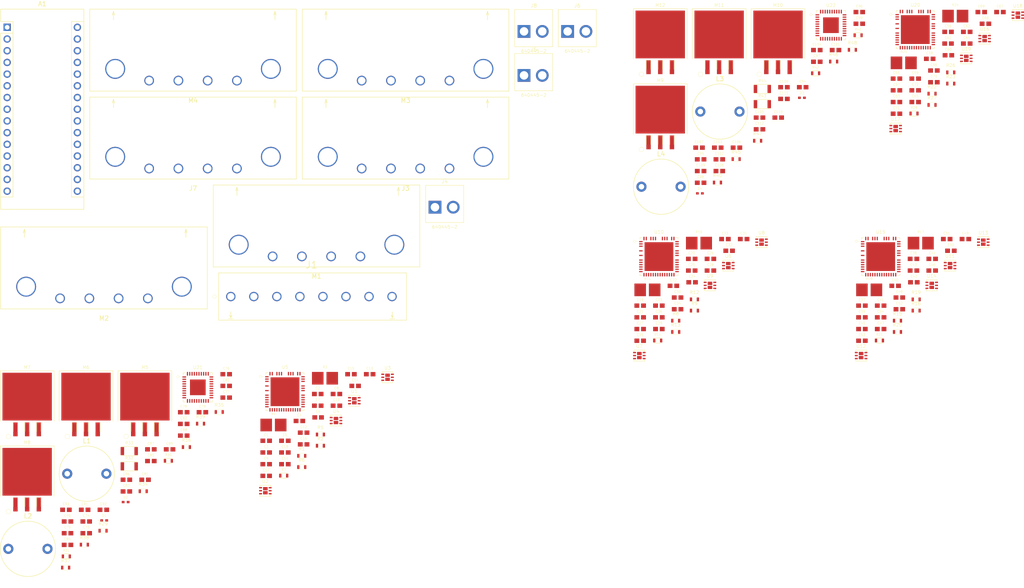
<source format=kicad_pcb>
(kicad_pcb (version 20211014) (generator pcbnew)
  (title_block (date "2022-06-25") (comment 1 "Made By:") (comment 2 "Abd AlHaleem Bakkor Mustafa"))
  (layers (0 "F.Cu" signal) (31 "B.Cu" signal) (34 "B.Paste" user) (35 "F.Paste" user) (36 "B.SilkS" user "B.Silkscreen") (37 "F.SilkS" user "F.Silkscreen") (38 "B.Mask" user) (39 "F.Mask" user) (44 "Edge.Cuts" user))
  (net 0 "")
  (net 1 "Net-(R16-Pad1)")
  (net 2 "Net-(R15-Pad2)")
  (net 3 "Net-(R11-Pad2)")
  (net 4 "Net-(R10-Pad2)")
  (net 5 "Net-(R29-Pad2)")
  (net 6 "Net-(R23-Pad1)")
  (net 7 "Net-(R22-Pad2)")
  (net 8 "Net-(R2-Pad1)")
  (net 9 "Net-(R1-Pad2)")
  (net 10 "Net-(C53-Pad1)")
  (net 11 "Net-(C71-Pad1)")
  (net 12 "Net-(C17-Pad1)")
  (net 13 "Net-(C35-Pad1)")
  (net 41 "Net-(C66-Pad2)")
  (net 56 "Net-(C70-Pad2)")
  (net 57 "Net-(C70-Pad1)")
  (net 58 "Net-(C65-Pad1)")
  (net 59 "Net-(C12-Pad2)")
  (net 74 "Net-(C16-Pad2)")
  (net 75 "Net-(C16-Pad1)")
  (net 76 "Net-(C11-Pad1)")
  (net 77 "Net-(C30-Pad2)")
  (net 92 "Net-(C34-Pad2)")
  (net 93 "Net-(C34-Pad1)")
  (net 94 "Net-(C29-Pad1)")
  (net 95 "Net-(C48-Pad2)")
  (net 110 "Net-(C52-Pad2)")
  (net 111 "Net-(C52-Pad1)")
  (net 112 "Net-(C47-Pad1)")
  (net 113 "Net-(C106-Pad2)")
  (net 114 "/7.4L")
  (net 115 "/Buck converter 7.4/CS2")
  (net 116 "/Buck converter 7.4/CS1")
  (net 117 "/7.4R")
  (net 118 "/Buck converter 5 and 12/CS1")
  (net 119 "/5")
  (net 120 "/12")
  (net 121 "/Buck converter 5 and 12/CS2")
  (net 122 "/-")
  (net 123 "/Buck converter 7.4/FB1")
  (net 124 "/stepper and controller6/SRBL")
  (net 125 "/stepper and controller6/SRAH")
  (net 126 "/stepper and controller6/SRBH")
  (net 127 "/Buck converter 7.4/COMP1")
  (net 128 "Net-(C91-Pad2)")
  (net 129 "/Buck converter 7.4/COMP2")
  (net 130 "Net-(C87-Pad2)")
  (net 131 "/Buck converter 7.4/FB2")
  (net 132 "/stepper and controller7/SRBH")
  (net 133 "/stepper and controller8/SRBH")
  (net 134 "/stepper and controller8/SRAH")
  (net 135 "/stepper and controller8/SRBL")
  (net 136 "/stepper and controller8/SRAL")
  (net 137 "/stepper and controller6/SRAL")
  (net 138 "/stepper and controller7/SRAH")
  (net 139 "/stepper and controller9/SRAL")
  (net 140 "Net-(R40-Pad2)")
  (net 141 "/Buck converter 5 and 12/COMP1")
  (net 142 "Net-(C110-Pad2)")
  (net 143 "/stepper and controller9/SRBL")
  (net 144 "/stepper and controller9/SRAH")
  (net 145 "/Buck converter 5 and 12/FB2")
  (net 146 "/stepper and controller9/SRBH")
  (net 147 "/Buck converter 5 and 12/COMP2")
  (net 148 "/stepper and controller7/SRBL")
  (net 149 "/stepper and controller7/SRAL")
  (net 150 "/Buck converter 7.4/HO1")
  (net 151 "/Buck converter 7.4/HOL1")
  (net 152 "/stepper and controller7/temp")
  (net 153 "/Buck converter 7.4/HOL2")
  (net 154 "/Buck converter 7.4/HO2")
  (net 155 "/stepper and controller9/temp")
  (net 156 "/stepper and controller6/temp")
  (net 157 "/stepper and controller8/temp")
  (net 158 "/Buck converter 5 and 12/HOL2")
  (net 159 "/Buck converter 5 and 12/HO2")
  (net 160 "/Buck converter 5 and 12/HO1")
  (net 161 "/Buck converter 5 and 12/HOL1")
  (net 162 "/Buck converter 7.4/SW2")
  (net 163 "/Buck converter 7.4/SW1")
  (net 164 "/Buck converter 5 and 12/SW2")
  (net 165 "/Buck converter 5 and 12/SW1")
  (net 166 "/stepper and controller6/1")
  (net 167 "/stepper and controller6/HB1")
  (net 168 "/stepper and controller6/CB1")
  (net 169 "/+")
  (net 170 "/stepper and controller6/Digital voltage")
  (net 171 "/stepper and controller6/~En")
  (net 172 "/stepper and controller6/CA2")
  (net 173 "/stepper and controller6/HA2")
  (net 174 "/stepper and controller6/4")
  (net 175 "/stepper and controller6/LA2")
  (net 176 "/stepper and controller6/LA1")
  (net 177 "/stepper and controller6/3")
  (net 178 "/stepper and controller6/HA1")
  (net 179 "/stepper and controller6/CA1")
  (net 180 "/stepper and controller6/CB2")
  (net 181 "/stepper and controller6/HB2")
  (net 182 "/stepper and controller6/2")
  (net 183 "/stepper and controller6/LB2")
  (net 184 "/stepper and controller6/LB1")
  (net 185 "/stepper and controller9/1")
  (net 186 "/stepper and controller9/HB1")
  (net 187 "/stepper and controller9/CB1")
  (net 188 "/stepper and controller9/Digital voltage")
  (net 189 "/stepper and controller9/~En")
  (net 190 "/stepper and controller9/CA2")
  (net 191 "/stepper and controller9/HA2")
  (net 192 "/stepper and controller9/4")
  (net 193 "/stepper and controller9/LA2")
  (net 194 "/stepper and controller9/LA1")
  (net 195 "/stepper and controller9/3")
  (net 196 "/stepper and controller9/HA1")
  (net 197 "/stepper and controller9/CA1")
  (net 198 "/stepper and controller9/CB2")
  (net 199 "/stepper and controller9/HB2")
  (net 200 "/stepper and controller9/2")
  (net 201 "/stepper and controller9/LB2")
  (net 202 "/stepper and controller9/LB1")
  (net 203 "/stepper and controller8/1")
  (net 204 "/stepper and controller8/HB1")
  (net 205 "/stepper and controller8/CB1")
  (net 206 "/stepper and controller8/Digital voltage")
  (net 207 "/stepper and controller8/~En")
  (net 208 "/stepper and controller8/CA2")
  (net 209 "/stepper and controller8/HA2")
  (net 210 "/stepper and controller8/4")
  (net 211 "/stepper and controller8/LA2")
  (net 212 "/stepper and controller8/LA1")
  (net 213 "/stepper and controller8/3")
  (net 214 "/stepper and controller8/HA1")
  (net 215 "/stepper and controller8/CA1")
  (net 216 "/stepper and controller8/CB2")
  (net 217 "/stepper and controller8/HB2")
  (net 218 "/stepper and controller8/2")
  (net 219 "/stepper and controller8/LB2")
  (net 220 "/stepper and controller8/LB1")
  (net 221 "/stepper and controller7/1")
  (net 222 "/stepper and controller7/HB1")
  (net 223 "/stepper and controller7/CB1")
  (net 224 "/stepper and controller7/Digital voltage")
  (net 225 "/stepper and controller7/~En")
  (net 226 "/stepper and controller7/CA2")
  (net 227 "/stepper and controller7/HA2")
  (net 228 "/stepper and controller7/4")
  (net 229 "/stepper and controller7/LA2")
  (net 230 "/stepper and controller7/LA1")
  (net 231 "/stepper and controller7/3")
  (net 232 "/stepper and controller7/HA1")
  (net 233 "/stepper and controller7/CA1")
  (net 234 "/stepper and controller7/CB2")
  (net 235 "/stepper and controller7/HB2")
  (net 236 "/stepper and controller7/2")
  (net 237 "/stepper and controller7/LB2")
  (net 238 "/stepper and controller7/LB1")
  (net 239 "/Buck converter 5 and 12/SS2")
  (net 240 "/Buck converter 5 and 12/LO2")
  (net 242 "/Buck converter 5 and 12/HB2")
  (net 243 "/Buck converter 5 and 12/VCC")
  (net 244 "/Buck converter 5 and 12/LO1")
  (net 245 "/Buck converter 5 and 12/HB1")
  (net 247 "/Buck converter 5 and 12/SS1")
  (net 248 "Net-(C100-Pad1)")
  (net 249 "/Buck converter 5 and 12/DEMB")
  (net 251 "/Buck converter 7.4/SS2")
  (net 252 "/Buck converter 7.4/LO2")
  (net 254 "/Buck converter 7.4/HB2")
  (net 255 "/Buck converter 7.4/VCC")
  (net 256 "/Buck converter 7.4/LO1")
  (net 257 "/Buck converter 7.4/HB1")
  (net 259 "/Buck converter 7.4/SS1")
  (net 260 "Net-(C79-Pad1)")
  (net 261 "/Buck converter 7.4/DEMB")
  (footprint "Capacitors:C0603X105J4RACTU" (layer "F.Cu") (at 125.0286 189.776)
    (fp_text reference "C84")
    (fp_text value "220n")
  )
  (footprint "Capacitors:C0603X105J4RACTU" (layer "F.Cu") (at 264.5686 130.236)
    (fp_text reference "C28")
    (fp_text value "1n")
  )
  (footprint "Resistors:MCR03EZPFX" (layer "F.Cu") (at 316.7245 89.6575)
    (fp_text reference "R23")
    (fp_text value "47")
  )
  (footprint "Capacitors:C0603X105J4RACTU" (layer "F.Cu") (at 159.4686 155.266)
    (fp_text reference "C80")
    (fp_text value "22n")
  )
  (footprint "Capacitors:C0603X105J4RACTU" (layer "F.Cu") (at 253.3786 142.926)
    (fp_text reference "C29")
    (fp_text value "100n")
  )
  (footprint "Capacitors:C0603X105J4RACTU" (layer "F.Cu") (at 308.6386 130.236)
    (fp_text reference "C43")
    (fp_text value "1n")
  )
  (footprint "E-MOSFETs:UT6K3TCR" (layer "F.Cu") (at 194.489399 153.401)
    (fp_text reference "U3")
    (fp_text value "UT6K3")
  )
  (footprint "Resistors:UCR18EVH" (layer "F.Cu") (at 138.43 169.418)
    (fp_text reference "R33")
    (fp_text value "7m")
  )
  (footprint "Connectors:1-350944-0" (layer "F.Cu") (at 152.2721 108.08)
    (fp_text reference "J7")
    (fp_text value "1-350944-0")
  )
  (footprint "Connectors:1-350944-0" (layer "F.Cu") (at 132.9421 136.27)
    (fp_text reference "M2")
    (fp_text value "Stepper_Motor_bipolar")
  )
  (footprint "ICs:TMC5160-WA" (layer "F.Cu") (at 253.3976 127.2035)
    (fp_text reference "U10")
    (fp_text value "TMC5160-WA")
  )
  (footprint "Capacitors:C0603X105J4RACTU" (layer "F.Cu") (at 279.2786 97.036)
    (fp_text reference "C110")
    (fp_text value "3.3nF")
  )
  (footprint "Capacitors:C0603X105J4RACTU" (layer "F.Cu") (at 268.6286 125.936)
    (fp_text reference "C32")
    (fp_text value "220n")
  )
  (footprint "E-MOSFETs:UT6K3TCR" (layer "F.Cu") (at 316.579399 129.151)
    (fp_text reference "U11")
    (fp_text value "UT6K3")
  )
  (footprint "Capacitors:C0603X105J4RACTU" (layer "F.Cu") (at 309.0086 91.116)
    (fp_text reference "C72")
    (fp_text value "100n")
  )
  (footprint "Resistors:MCR03EZPFX" (layer "F.Cu") (at 309.2245 136.4875)
    (fp_text reference "R19")
    (fp_text value "47")
  )
  (footprint "Capacitors:C0603X105J4RACTU" (layer "F.Cu") (at 316.7586 125.936)
    (fp_text reference "C50")
    (fp_text value "220n")
  )
  (footprint "E-MOSFETs:UT6K3TCR" (layer "F.Cu") (at 304.769399 99.411)
    (fp_text reference "U17")
    (fp_text value "UT6K3")
  )
  (footprint "Diodes:RB161QS-40T18R" (layer "F.Cu") (at 137.6458 180.477)
    (fp_text reference "D2")
    (fp_text value "RB161QS-40")
  )
  (footprint "Resistors:UCR18EVH" (layer "F.Cu") (at 138.43 172.718)
    (fp_text reference "R32")
    (fp_text value "7m")
  )
  (footprint "Capacitors:C0603X105J4RACTU" (layer "F.Cu") (at 287.6586 82.376)
    (fp_text reference "C104")
    (fp_text value "22n")
  )
  (footprint "Capacitors:C0603X105J4RACTU" (layer "F.Cu") (at 287.6586 84.916)
    (fp_text reference "C97")
    (fp_text value "10u")
  )
  (footprint "Resistors:MCR03EZPFL" (layer "F.Cu") (at 296.6236 79.1575)
    (fp_text reference "R41")
    (fp_text value "2.2")
  )
  (footprint "Capacitors:C0603X105J4RACTU" (layer "F.Cu") (at 168.1486 167.176)
    (fp_text reference "C1")
    (fp_text value "4.7u")
  )
  (footprint "Connectors:640445-2" (layer "F.Cu") (at 226.2186 77.308)
    (fp_text reference "J8")
    (fp_text value "640445-2")
  )
  (footprint "Capacitors:C0603X105J4RACTU" (layer "F.Cu") (at 132.8086 182.156)
    (fp_text reference "C92")
    (fp_text value "2.2uF")
  )
  (footprint "Capacitors:C0603X105J4RACTU" (layer "F.Cu") (at 150.2486 163.516)
    (fp_text reference "C82")
    (fp_text value "10u")
  )
  (footprint "Inductors:SBC9-2R2-792" (layer "F.Cu") (at 266.6246 95.724)
    (fp_text reference "L3")
    (fp_text value "3.3u")
  )
  (footprint "Capacitors:C0603X105J4RACTU" (layer "F.Cu") (at 183.3986 157.026)
    (fp_text reference "C8")
    (fp_text value "1n")
  )
  (footprint "Capacitors:C0603X105J4RACTU" (layer "F.Cu") (at 304.9486 96.196)
    (fp_text reference "C71")
    (fp_text value "470n")
  )
  (footprint "Resistors:MCR03EZPFX" (layer "F.Cu") (at 274.8145 102.0675)
    (fp_text reference "R47")
    (fp_text value "6.19k")
  )
  (footprint "Resistors:GMR50HJBFWR082" (layer "F.Cu") (at 180.9125 153.6046)
    (fp_text reference "R3")
    (fp_text value "82m")
  )
  (footprint "Capacitors:C0603X105J4RACTU" (layer "F.Cu") (at 291.7186 82.376)
    (fp_text reference "C101")
    (fp_text value "47u")
  )
  (footprint "E-MOSFETs:UT6K3TCR" (layer "F.Cu") (at 312.599399 133.451)
    (fp_text reference "U14")
    (fp_text value "UT6K3")
  )
  (footprint "Capacitors:C0603X105J4RACTU" (layer "F.Cu") (at 316.2186 83.506)
    (fp_text reference "C60")
    (fp_text value "220n")
  )
  (footprint "Resistors:MCR03EZPFX" (layer "F.Cu") (at 266.0945 111.1275)
    (fp_text reference "R40")
    (fp_text value "19.6k")
  )
  (footprint "E-MOSFETs:UT6K3TCR" (layer "F.Cu") (at 187.279399 158.481)
    (fp_text reference "U1")
    (fp_text value "UT6K3")
  )
  (footprint "Resistors:MCR03EZPFX" (layer "F.Cu") (at 175.8645 170.4475)
    (fp_text reference "R1")
    (fp_text value "47")
  )
  (footprint "Capacitors:C0603X105J4RACTU" (layer "F.Cu") (at 297.4486 140.386)
    (fp_text reference "C39")
    (fp_text value "220n")
  )
  (footprint "Capacitors:C0603X105J4RACTU" (layer "F.Cu") (at 315.8486 123.396)
    (fp_text reference "C51")
    (fp_text value "100n")
  )
  (footprint "Capacitors:C0603X105J4RACTU" (layer "F.Cu") (at 175.3586 162.876)
    (fp_text reference "C4")
    (fp_text value "220n")
  )
  (footprint "Capacitors:C0603X105J4RACTU" (layer "F.Cu") (at 280.5286 90.436)
    (fp_text reference "C100")
    (fp_text value "1u")
  )
  (footprint "Resistors:MCR03EZPFX" (layer "F.Cu") (at 305.1645 143.5575)
    (fp_text reference "R20")
    (fp_text value "47")
  )
  (footprint "Capacitors:C0603X105J4RACTU" (layer "F.Cu") (at 253.3786 140.386)
    (fp_text reference "C36")
    (fp_text value "100n")
  )
  (footprint "Capacitors:C0603X105J4RACTU" (layer "F.Cu") (at 249.3186 145.466)
    (fp_text reference "C35")
    (fp_text value "470n")
  )
  (footprint "Capacitors:C0603X105J4RACTU" (layer "F.Cu") (at 168.1486 169.716)
    (fp_text reference "C3")
    (fp_text value "220n")
  )
  (footprint "Resistors:MCR03EZPFX" (layer "F.Cu") (at 179.9245 165.8175)
    (fp_text reference "R5")
    (fp_text value "47")
  )
  (footprint "Capacitors:C0603X105J4RACTU" (layer "F.Cu") (at 128.7486 182.156)
    (fp_text reference "C91")
    (fp_text value "3.3nF")
  )
  (footprint "Capacitors:C0603X105J4RACTU" (layer "F.Cu") (at 304.9486 88.576)
    (fp_text reference "C55")
    (fp_text value "4.7u")
  )
  (footprint "Capacitors:C0603X105J4RACTU" (layer "F.Cu") (at 297.4486 142.926)
    (fp_text reference "C45")
    (fp_text value "1n")
  )
  (footprint "E-MOSFETs:CSD18510KTTT" (layer "F.Cu") (at 129.0466 157.592)
    (fp_text reference "M6")
    (fp_text value "CSD18510KTTT")
  )
  (footprint "Capacitors:C0603X105J4RACTU" (layer "F.Cu") (at 271.7786 123.396)
    (fp_text reference "C31")
    (fp_text value "2.2u")
  )
  (footprint "Connectors:640445-2" (layer "F.Cu") (at 226.2186 86.858)
    (fp_text reference "J5")
    (fp_text value "640445-2")
  )
  (footprint "Resistors:MCR03EZPFX" (layer "F.Cu") (at 295.3745 82.3275)
    (fp_text reference "R48")
    (fp_text value "8.87K")
  )
  (footprint "Capacitors:C0603X105J4RACTU" (layer "F.Cu") (at 304.9486 93.656)
    (fp_text reference "C63")
    (fp_text value "1n")
  )
  (footprint "E-MOSFETs:UT6K3TCR" (layer "F.Cu") (at 323.789399 124.071)
    (fp_text reference "U13")
    (fp_text value "UT6K3")
  )
  (footprint "Resistors:MCR03EZPFX" (layer "F.Cu") (at 157.9645 160.9275)
    (fp_text reference "R35")
    (fp_text value "118k")
  )
  (footprint "Inductors:SBC9-2R2-792" (layer "F.Cu") (at 129.2146 174.324)
    (fp_text reference "L1")
    (fp_text value "2.2u")
  )
  (footprint "Resistors:MCR03EZPFX" (layer "F.Cu") (at 312.6645 91.8475)
    (fp_text reference "R22")
    (fp_text value "47")
  )
  (footprint "Capacitors:C0603X105J4RACTU" (layer "F.Cu") (at 320.1986 78.426)
    (fp_text reference "C62")
    (fp_text value "1n")
  )
  (footprint "Capacitors:C0603X105J4RACTU" (layer "F.Cu") (at 312.6986 130.236)
    (fp_text reference "C46")
    (fp_text value "1n")
  )
  (footprint "E-MOSFETs:UT6K3TCR" (layer "F.Cu") (at 324.079399 79.881)
    (fp_text reference "U16")
    (fp_text value "UT6K3")
  )
  (footprint "E-MOSFETs:UT6K3TCR" (layer "F.Cu") (at 297.269399 148.681)
    (fp_text reference "U12")
    (fp_text value "UT6K3")
  )
  (footprint "Capacitors:C0603X105J4RACTU" (layer "F.Cu") (at 257.4386 136.086)
    (fp_text reference "C30")
    (fp_text value "2.2u")
  )
  (footprint "Resistors:MCR03EZPFX" (layer "F.Cu") (at 175.8645 172.8875)
    (fp_text reference "R6")
    (fp_text value "47")
  )
  (footprint "Resistors:MCR03EZPFX" (layer "F.Cu") (at 309.2245 138.9275)
    (fp_text reference "R16")
    (fp_text value "47")
  )
  (footprint "Resistors:MCR03EZPFX" (layer "F.Cu") (at 316.7245 87.2175)
    (fp_text reference "R26")
    (fp_text value "47")
  )
  (footprint "Capacitors:C0603X105J4RACTU" (layer "F.Cu") (at 159.4686 157.806)
    (fp_text reference "C77")
    (fp_text value "2.2u")
  )
  (footprint "Inductors:SBC9-2R2-792" (layer "F.Cu") (at 116.4346 190.634)
    (fp_text reference "L2")
    (fp_text value "2.2u")
  )
  (footprint "Capacitors:C0603X105J4RACTU" (layer "F.Cu") (at 262.0986 103.556)
    (fp_text reference "C107")
    (fp_text value "15p")
  )
  (footprint "Capacitors:C0603X105J4RACTU" (layer "F.Cu") (at 137.8086 175.636)
    (fp_text reference "C86")
    (fp_text value "120u")
  )
  (footprint "Capacitors:C0603X105J4RACTU" (layer "F.Cu") (at 305.5686 138.626)
    (fp_text reference "C52")
    (fp_text value "22n")
  )
  (footprint "Capacitors:C0603X105J4RACTU" (layer "F.Cu") (at 141.8686 175.636)
    (fp_text reference "C81")
    (fp_text value "220n")
  )
  (footprint "ICs:TMC5160-WA" (layer "F.Cu") (at 172.2276 156.5335)
    (fp_text reference "U5")
    (fp_text value "TMC5160-WA")
  )
  (footprint "Capacitors:C0603X105J4RACTU" (layer "F.Cu") (at 308.6386 127.696)
    (fp_text reference "C38")
    (fp_text value "4.7u")
  )
  (footprint "Capacitors:C0603X105J4RACTU" (layer "F.Cu") (at 316.1386 80.966)
    (fp_text reference "C61")
    (fp_text value "1n")
  )
  (footprint "Capacitors:C0603X105J4RACTU" (layer "F.Cu") (at 262.4386 106.096)
    (fp_text reference "C95")
    (fp_text value "2.2u")
  )
  (footprint "Capacitors:C0603X105J4RACTU" (layer "F.Cu") (at 262.4386 111.176)
    (fp_text reference "C98")
    (fp_text value "2.2u")
  )
  (footprint "Capacitors:C0603X105J4RACTU" (layer "F.Cu") (at 125.0286 184.696)
    (fp_text reference "C90")
    (fp_text value "10p")
  )
  (footprint "Capacitors:C0603X105J4RACTU" (layer "F.Cu") (at 256.5286 133.546)
    (fp_text reference "C22")
    (fp_text value "220n")
  )
  (footprint "Capacitors:C0603X105J4RACTU" (layer "F.Cu") (at 264.5686 127.696)
    (fp_text reference "C26")
    (fp_text value "1n")
  )
  (footprint "Capacitors:C0603X105J4RACTU" (layer "F.Cu") (at 172.2086 172.256)
    (fp_text reference "C11")
    (fp_text value "100n")
  )
  (footprint "Resistors:MCR03EZPFL" (layer "F.Cu") (at 301.2536 145.4175)
    (fp_text reference "R21")
    (fp_text value "MCR03EZPFL")
  )
  (footprint "Capacitors:C0603X105J4RACTU" (layer "F.Cu") (at 266.1586 103.556)
    (fp_text reference "C103")
    (fp_text value "220n")
  )
  (footprint "Capacitors:C0603X105J4RACTU" (layer "F.Cu") (at 280.5286 92.976)
    (fp_text reference "C111")
    (fp_text value "2.2uF")
  )
  (footprint "Capacitors:C0603X105J4RACTU" (layer "F.Cu") (at 304.9486 91.116)
    (fp_text reference "C57")
    (fp_text value "220n")
  )
  (footprint "Resistors:MCR03EZPFX" (layer "F.Cu") (at 132.7445 186.7075)
    (fp_text reference "R29")
    (fp_text value "19.6k")
  )
  (footprint "Capacitors:C0603X105J4RACTU" (layer "F.Cu") (at 260.5086 127.696)
    (fp_text reference "C20")
    (fp_text value "4.7u")
  )
  (footprint "Capacitors:C0603X105J4RACTU" (layer "F.Cu") (at 266.4986 108.636)
    (fp_text reference "C108")
    (fp_text value "120n")
  )
  (footprint "Capacitors:C0603X105J4RACTU" (layer "F.Cu") (at 172.2086 167.176)
    (fp_text reference "C5")
    (fp_text value "220n")
  )
  (footprint "Capacitors:C0603X105J4RACTU" (layer "F.Cu") (at 266.4986 106.096)
    (fp_text reference "C102")
    (fp_text value "4.7u")
  )
  (footprint "Capacitors:C0603X105J4RACTU" (layer "F.Cu") (at 129.0886 184.696)
    (fp_text reference "C74")
    (fp_text value "2.2u")
  )
  (footprint "Connectors:1-350944-0" (layer "F.Cu") (at 198.4021 108.08)
    (fp_text reference "J3")
    (fp_text value "1-350944-0")
  )
  (footprint "Resistors:GMR50HJBFWR082" (layer "F.Cu") (at 317.7125 75.0046)
    (fp_text reference "R24")
    (fp_text value "82m")
  )
  (footprint "Capacitors:C0603X105J4RACTU" (layer "F.Cu") (at 143.1186 171.576)
    (fp_text reference "C85")
    (fp_text value "22n")
  )
  (footprint "Resistors:UCR18EVH" (layer "F.Cu") (at 275.84 90.818)
    (fp_text reference "R44")
    (fp_text value "15m")
  )
  (footprint "Resistors:GMR50HJBFWR082" (layer "F.Cu") (at 262.0825 124.2746)
    (fp_text reference "R10")
    (fp_text value "82m")
  )
  (footprint "Capacitors:C0603X105J4RACTU" (layer "F.Cu") (at 125.0286 187.236)
    (fp_text reference "C75")
    (fp_text value "100n")
  )
  (footprint "Capacitors:C0603X105J4RACTU" (layer "F.Cu") (at 260.5886 132.776)
    (fp_text reference "C24")
    (fp_text value "220n")
  )
  (footprint "Connectors:1-350944-0" (layer "F.Cu") (at 152.2721 89)
    (fp_text reference "M4")
    (fp_text value "Stepper_Motor_bipolar")
  )
  (footprint "Capacitors:C0603X105J4RACTU" (layer "F.Cu") (at 154.3086 160.976)
    (fp_text reference "C79")
    (fp_text value "1u")
  )
  (footprint "Capacitors:C0603X105J4RACTU" (layer "F.Cu") (at 168.1486 174.796)
    (fp_text reference "C17")
    (fp_text value "470n")
  )
  (footprint "Resistors:MCR03EZPFL" (layer "F.Cu") (at 171.9536 174.7475)
    (fp_text reference "R7")
    (fp_text value "MCR03EZPFL")
  )
  (footprint "Capacitors:C0603X105J4RACTU" (layer "F.Cu") (at 249.3186 137.846)
    (fp_text reference "C19")
    (fp_text value "4.7u")
  )
  (footprint "Capacitors:C0603X105J4RACTU" (layer "F.Cu") (at 179.3386 159.566)
    (fp_text reference "C7")
    (fp_text value "1n")
  )
  (footprint "Capacitors:C0603X105J4RACTU" (layer "F.Cu") (at 301.5086 140.386)
    (fp_text reference "C54")
    (fp_text value "100n")
  )
  (footprint "Capacitors:C0603X105J4RACTU" (layer "F.Cu") (at 186.5486 152.726)
    (fp_text reference "C15")
    (fp_text value "100n")
  )
  (footprint "Resistors:MCR03EZPFX" (layer "F.Cu") (at 257.0345 141.1175)
    (fp_text reference "R8")
    (fp_text value "47")
  )
  (footprint "E-MOSFETs:CSD18510KTTT" (layer "F.Cu") (at 266.4566 78.992)
    (fp_text reference "M11")
    (fp_text value "CSD18510KTTT")
  )
  (footprint "Resistors:MCR03EZPFX" (layer "F.Cu") (at 150.8345 168.5475)
    (fp_text reference "R36")
    (fp_text value "10.4k")
  )
  (footprint "Capacitors:C0603X105J4RACTU" (layer "F.Cu") (at 129.0886 187.236)
    (fp_text reference "C73")
    (fp_text value "10u")
  )
  (footprint "Resistors:MCR03EZPFX" (layer "F.Cu") (at 179.9245 168.2575)
    (fp_text reference "R2")
    (fp_text value "47")
  )
  (footprint "Capacitors:C0603X105J4RACTU" (layer "F.Cu") (at 309.0086 93.656)
    (fp_text reference "C65")
    (fp_text value "100n")
  )
  (footprint "Diodes:RB161QS-40T18R" (layer "F.Cu") (at 262.2758 113.477)
    (fp_text reference "D4")
    (fp_text value "RB161QS-40")
  )
  (footprint "Resistors:UCR18EVH" (layer "F.Cu") (at 275.84 94.118)
    (fp_text reference "R43")
    (fp_text value "12m")
  )
  (footprint "Resistors:MCR03EZPFX" (layer "F.Cu") (at 153.9045 163.4675)
    (fp_text reference "R39")
    (fp_text value "6.81k")
  )
  (footprint "Capacitors:C0603X105J4RACTU" (layer "F.Cu") (at 308.7186 132.776)
    (fp_text reference "C42")
    (fp_text value "220n")
  )
  (footprint "Capacitors:C0603X105J4RACTU" (layer "F.Cu") (at 297.4486 137.846)
    (fp_text reference "C37")
    (fp_text value "4.7u")
  )
  (footprint "Capacitors:C0603X105J4RACTU" (layer "F.Cu") (at 312.6986 127.696)
    (fp_text reference "C44")
    (fp_text value "1n")
  )
  (footprint "Resistors:MCR03EZPFL" (layer "F.Cu") (at 308.7536 96.1475)
    (fp_text reference "R28")
    (fp_text value "MCR03EZPFL")
  )
  (footprint "Capacitors:C0603X105J4RACTU" (layer "F.Cu") (at 267.7186 123.396)
    (fp_text reference "C33")
    (fp_text value "100n")
  )
  (footprint "Capacitors:C0603X105J4RACTU" (layer "F.Cu") (at 275.2186 99.576)
    (fp_text reference "C112")
    (fp_text value "120nF")
  )
  (footprint "Resistors:MCR03EZPFX" (layer "F.Cu") (at 124.6245 194.7075)
    (fp_text reference "R37")
    (fp_text value "10.4k")
  )
  (footprint "Capacitors:C0603X105J4RACTU" (layer "F.Cu") (at 124.6886 182.156)
    (fp_text reference "C93")
    (fp_text value "120nF")
  )
  (footprint "E-MOSFETs:CSD18510KTTT" (layer "F.Cu") (at 116.2666 157.592)
    (fp_text reference "M7")
    (fp_text value "CSD18510KTTT")
  )
  (footprint "Connectors:640445-2" (layer "F.Cu") (at 235.6886 77.308)
    (fp_text reference "J6")
    (fp_text value "640445-2")
  )
  (footprint "E-MOSFETs:CSD18510KTTT" (layer "F.Cu") (at 116.2666 173.902)
    (fp_text reference "M8")
    (fp_text value "CSD18510KTTT")
  )
  (footprint "Diodes:RB161QS-40T18R" (layer "F.Cu") (at 284.4258 92.737)
    (fp_text reference "D3")
    (fp_text value "RB161QS-40")
  )
  (footprint "Connectors:1-350944-0" (layer "F.Cu") (at 179.0721 127.16)
    (fp_text reference "M1")
    (fp_text value "Stepper_Motor_bipolar")
  )
  (footprint "Capacitors:C0603X105J4RACTU" (layer "F.Cu") (at 172.2086 169.716)
    (fp_text reference "C18")
    (fp_text value "100n")
  )
  (footprint "Connectors:1-350944-0" (layer "F.Cu") (at 198.4021 89)
    (fp_text reference "M3")
    (fp_text value "Stepper_Motor_bipolar")
  )
  (footprint "Capacitors:C0603X105J4RACTU" (layer "F.Cu") (at 143.1186 169.036)
    (fp_text reference "C87")
    (fp_text value "3.3n")
  )
  (footprint "Resistors:MCR03EZPFX" (layer "F.Cu") (at 257.0345 143.5575)
    (fp_text reference "R13")
    (fp_text value "47")
  )
  (footprint "Capacitors:C0603X105J4RACTU" (layer "F.Cu") (at 316.1386 78.426)
    (fp_text reference "C56")
    (fp_text value "4.7u")
  )
  (footprint "E-MOSFETs:UT6K3TCR" (layer "F.Cu") (at 320.099399 84.181)
    (fp_text reference "U19")
    (fp_text value "UT6K3")
  )
  (footprint "Resistors:GMR50HJBFWR082" (layer "F.Cu") (at 250.8925 134.4246)
    (fp_text reference "R11")
    (fp_text value "82m")
  )
  (footprint "Capacitors:C0603X105J4RACTU" (layer "F.Cu") (at 301.5086 137.846)
    (fp_text reference "C41")
    (fp_text value "220n")
  )
  (footprint "Capacitors:C0603X105J4RACTU" (layer "F.Cu") (at 176.2686 167.956)
    (fp_text reference "C16")
    (fp_text value "22n")
  )
  (footprint "Capacitors:C0603X105J4RACTU" (layer "F.Cu") (at 296.8786 74.126)
    (fp_text reference "C96")
    (fp_text value "100n")
  )
  (footprint "Capacitors:C0603X105J4RACTU" (layer "F.Cu") (at 301.5086 142.926)
    (fp_text reference "C47")
    (fp_text value "100n")
  )
  (footprint "Resistors:GMR50HJBFWR082" (layer "F.Cu") (at 306.5225 85.1546)
    (fp_text reference "R25")
    (fp_text value "82m")
  )
  (footprint "Capacitors:C0603X105J4RACTU" (layer "F.Cu") (at 304.6586 133.546)
    (fp_text reference "C40")
    (fp_text value "220n")
  )
  (footprint "Capacitors:C0603X105J4RACTU" (layer "F.Cu") (at 253.3786 137.846)
    (fp_text reference "C23")
    (fp_text value "220n")
  )
  (footprint "Resistors:MCR03EZPFL" (layer "F.Cu") (at 146.9236 171.5275)
    (fp_text reference "R30")
    (fp_text value "2.2")
  )
  (footprint "Capacitors:C0603X105J4RACTU" (layer "F.Cu") (at 323.3486 74.126)
    (fp_text reference "C69")
    (fp_text value "100n")
  )
  (footprint "Resistors:MCR03EZPFX" (layer "F.Cu") (at 141.4645 178.1275)
    (fp_text reference "R34")
    (fp_text value "118k")
  )
  (footprint "E-MOSFETs:UT6K3TCR" (layer "F.Cu") (at 268.449399 129.151)
    (fp_text reference "U6")
    (fp_text value "UT6K3")
  )
  (footprint "E-MOSFETs:CSD18510KTTT" (layer "F.Cu") (at 141.8266 157.592)
    (fp_text reference "M5")
    (fp_text value "CSD18510KTTT")
  )
  (footprint "Capacitors:C0603X105J4RACTU" (layer "F.Cu") (at 309.0086 88.576)
    (fp_text reference "C59")
    (fp_text value "220n")
  )
  (footprint "Module:Arduino_Nano" (layer "F.Cu") (at 111.9296 77.439)
    (fp_text reference "A1")
    (fp_text value "Arduino_Nano_v3.x")
  )
  (footprint "Inductors:SBC9-2R2-792" (layer "F.Cu") (at 253.8446 112.034)
    (fp_text reference "L4")
    (fp_text value "6.8u")
  )
  (footprint "Capacitors:C0603X105J4RACTU" (layer "F.Cu") (at 150.2486 160.976)
    (fp_text reference "C78")
    (fp_text value "100n")
  )
  (footprint "Capacitors:C0603X105J4RACTU" (layer "F.Cu") (at 168.1486 172.256)
    (fp_text reference "C9")
    (fp_text value "1n")
  )
  (footprint "Resistors:GMR50HJBFWR082" (layer "F.Cu") (at 299.0225 134.4246)
    (fp_text reference "R18")
    (fp_text value "82m")
  )
  (footprint "Resistors:MCR03EZPFX" (layer "F.Cu") (at 261.0945 136.4875)
    (fp_text reference "R12")
    (fp_text value "47")
  )
  (footprint "Capacitors:C0603X105J4RACTU" (layer "F.Cu") (at 262.4386 108.636)
    (fp_text reference "C109")
    (fp_text value "15pF")
  )
  (footprint "E-MOSFETs:CSD18510KTTT" (layer "F.Cu") (at 253.6766 95.302)
    (fp_text reference "M9")
    (fp_text value "CSD18510KTTT")
  )
  (footprint "Resistors:MCR03EZPFX" (layer "F.Cu") (at 270.1545 106.0475)
    (fp_text reference "R45")
    (fp_text value "215k")
  )
  (footprint "E-MOSFETs:CSD18510KTTT" (layer "F.Cu") (at 253.6766 78.992)
    (fp_text reference "M12")
    (fp_text value "CSD18510KTTT")
  )
  (footprint "Resistors:MCR03EZPFL" (layer "F.Cu") (at 287.4036 87.4075)
    (fp_text reference "R42")
    (fp_text value "2.2")
  )
  (footprint "Capacitors:C0603X105J4RACTU" (layer "F.Cu") (at 270.2186 103.556)
    (fp_text reference "C106")
    (fp_text value "4.7n")
  )
  (footprint "Capacitors:C0603X105J4RACTU" (layer "F.Cu") (at 305.5686 136.086)
    (fp_text reference "C48")
    (fp_text value "2.2u")
  )
  (footprint "Capacitors:C0603X105J4RACTU" (layer "F.Cu") (at 150.2486 166.056)
    (fp_text reference "C88")
    (fp_text value "10p")
  )
  (footprint "Capacitors:C0603X105J4RACTU" (layer "F.Cu") (at 147.1786 169.036)
    (fp_text reference "C89")
    (fp_text value "120n")
  )
  (footprint "Resistors:GMR50HJBFWR082" (layer "F.Cu") (at 310.2125 124.2746)
    (fp_text reference "R17")
    (fp_text value "82m")
  )
  (footprint "ICs:LM5143RHAR" (layer "F.Cu") (at 153.3116 155.581)
    (fp_text reference "U21")
    (fp_text value "LM5143")
  )
  (footprint "Resistors:MCR03EZPFL" (layer "F.Cu") (at 253.1236 145.4175)
    (fp_text reference "R14")
    (fp_text value "MCR03EZPFL")
  )
  (footprint "ICs:LM5143RHAR" (layer "F.Cu") (at 290.7216 76.981)
    (fp_text reference "U22")
    (fp_text value "LM5143")
  )
  (footprint "E-MOSFETs:UT6K3TCR" (layer "F.Cu") (at 275.659399 124.071)
    (fp_text reference "U8")
    (fp_text value "UT6K3")
  )
  (footprint "Connectors:282856-8" (layer "F.Cu") (at 177.9926 135.873)
    (fp_text reference "J1")
    (fp_text value "282856-8")
  )
  (footprint "E-MOSFETs:CSD18510KTTT" (layer "F.Cu") (at 279.2366 78.992)
    (fp_text reference "M10")
    (fp_text value "CSD18510KTTT")
  )
  (footprint "Capacitors:C0603X105J4RACTU" (layer "F.Cu") (at 324.2586 76.666)
    (fp_text reference "C68")
    (fp_text value "220n")
  )
  (footprint "Capacitors:C0603X105J4RACTU" (layer "F.Cu") (at 275.2186 97.036)
    (fp_text reference "C105")
    (fp_text value "22u")
  )
  (footprint "Resistors:MCR03EZPFX" (layer "F.Cu") (at 291.3145 84.8675)
    (fp_text reference "R46")
    (fp_text value "11.3k")
  )
  (footprint "Resistors:MCR03EZPFX" (layer "F.Cu") (at 261.0945 138.9275)
    (fp_text reference "R9")
    (fp_text value "47")
  )
  (footprint "Capacitors:C0603X105J4RACTU" (layer "F.Cu") (at 313.0686 86.816)
    (fp_text reference "C66")
    (fp_text value "2.2u")
  )
  (footprint "E-MOSFETs:UT6K3TCR" (layer "F.Cu") (at 249.139399 148.681)
    (fp_text reference "U7")
    (fp_text value "UT6K3")
  )
  (footprint "Capacitors:C0603X105J4RACTU" (layer "F.Cu") (at 284.5886 90.436)
    (fp_text reference "C94")
    (fp_text value "10u")
  )
  (footprint "Resistors:MCR03EZPFX" (layer "F.Cu") (at 128.6845 189.7275)
    (fp_text reference "R38")
    (fp_text value "6.81k")
  )
  (footprint "Capacitors:C0603X105J4RACTU" (layer "F.Cu") (at 327.4086 74.126)
    (fp_text reference "C67")
    (fp_text value "2.2u")
  )
  (footprint "Capacitors:C0603X105J4RACTU" (layer "F.Cu") (at 179.4186 162.106)
    (fp_text reference "C6")
    (fp_text value "220n")
  )
  (footprint "E-MOSFETs:UT6K3TCR" (layer "F.Cu") (at 264.469399 133.451)
    (fp_text reference "U9")
    (fp_text value "UT6K3")
  )
  (footprint "E-MOSFETs:UT6K3TCR" (layer "F.Cu") (at 183.299399 162.781)
    (fp_text reference "U4")
    (fp_text value "UT6K3")
  )
  (footprint "Capacitors:C0603X105J4RACTU" (layer "F.Cu") (at 320.1986 80.966)
    (fp_text reference "C64")
    (fp_text value "1n")
  )
  (footprint "Diodes:RB161QS-40T18R" (layer "F.Cu") (at 132.9858 184.457)
    (fp_text reference "D1")
    (fp_text value "RB161QS-40")
  )
  (footprint "Capacitors:C0603X105J4RACTU" (layer "F.Cu") (at 249.3186 142.926)
    (fp_text reference "C27")
    (fp_text value "1n")
  )
  (footprint "Capacitors:C0603X105J4RACTU" (layer "F.Cu") (at 179.3386 157.026)
    (fp_text reference "C2")
    (fp_text value "4.7u")
  )
  (footprint "Resistors:MCR03EZPFX" (layer "F.Cu") (at 312.6645 94.2875)
    (fp_text reference "R27")
    (fp_text value "47")
  )
  (footprint "Connectors:640445-2" (layer "F.Cu") (at 206.8886 115.468)
    (fp_text reference "J4")
    (fp_text value "640445-2")
  )
  (footprint "Capacitors:C0603X105J4RACTU" (layer "F.Cu") (at 297.4486 145.466)
    (fp_text reference "C53")
    (fp_text value "470n")
  )
  (footprint "Capacitors:C0603X105J4RACTU" (layer "F.Cu") (at 187.4586 155.266)
    (fp_text reference "C14")
    (fp_text value "220n")
  )
  (footprint "Capacitors:C0603X105J4RACTU" (layer "F.Cu") (at 176.2686 165.416)
    (fp_text reference "C12")
    (fp_text value "2.2u")
  )
  (footprint "Capacitors:C0603X105J4RACTU" (layer "F.Cu") (at 260.5086 130.236)
    (fp_text reference "C25")
    (fp_text value "1n")
  )
  (footprint "Capacitors:C0603X105J4RACTU" (layer "F.Cu") (at 319.9086 123.396)
    (fp_text reference "C49")
    (fp_text value "2.2u")
  )
  (footprint "Resistors:MCR03EZPFX" (layer "F.Cu") (at 305.1645 141.1175)
    (fp_text reference "R15")
    (fp_text value "47")
  )
  (footprint "Capacitors:C0603X105J4RACTU" (layer "F.Cu") (at 159.4686 152.726)
    (fp_text reference "C76")
    (fp_text value "10u")
  )
  (footprint "Resistors:MCR03EZPFL" (layer "F.Cu") (at 124.7736 192.2675)
    (fp_text reference "R31")
    (fp_text value "2.2")
  )
  (footprint "Capacitors:C0603X105J4RACTU" (layer "F.Cu") (at 296.8786 76.666)
    (fp_text reference "C99")
    (fp_text value "100n")
  )
  (footprint "Capacitors:C0603X105J4RACTU" (layer "F.Cu") (at 190.6086 152.726)
    (fp_text reference "C13")
    (fp_text value "2.2u")
  )
  (footprint "E-MOSFETs:UT6K3TCR" (layer "F.Cu") (at 331.289399 74.801)
    (fp_text reference "U18")
    (fp_text value "UT6K3")
  )
  (footprint "ICs:TMC5160-WA" (layer "F.Cu") (at 301.5276 127.2035)
    (fp_text reference "U15")
    (fp_text value "TMC5160-WA")
  )
  (footprint "Capacitors:C0603X105J4RACTU" (layer "F.Cu") (at 249.3186 140.386)
    (fp_text reference "C21")
    (fp_text value "220n")
  )
  (footprint "Capacitors:C0603X105J4RACTU" (layer "F.Cu") (at 183.3986 159.566)
    (fp_text reference "C10")
    (fp_text value "1n")
  )
  (footprint "Capacitors:C0603X105J4RACTU" (layer "F.Cu") (at 313.0686 89.356)
    (fp_text reference "C70")
    (fp_text value "22n")
  )
  (footprint "ICs:TMC5160-WA" (layer "F.Cu") (at 309.0276 77.9335)
    (fp_text reference "U20")
    (fp_text value "TMC5160-WA")
  )
  (footprint "Capacitors:C0603X105J4RACTU" (layer "F.Cu") (at 312.1586 84.276)
    (fp_text reference "C58")
    (fp_text value "220n")
  )
  (footprint "E-MOSFETs:UT6K3TCR" (layer "F.Cu") (at 167.969399 178.011)
    (fp_text reference "U2")
    (fp_text value "UT6K3")
  )
  (footprint "Capacitors:C0603X105J4RACTU" (layer "F.Cu") (at 257.4386 138.626)
    (fp_text reference "C34")
    (fp_text value "22n")
  )
  (footprint "Resistors:GMR50HJBFWR082" (layer "F.Cu") (at 169.7225 163.7546)
    (fp_text reference "R4")
    (fp_text value "82m")
  )
  (footprint "Capacitors:C0603X105J4RACTU" (layer "F.Cu") (at 137.8086 178.176)
    (fp_text reference "C83")
    (fp_text value "10u")
  )
)
</source>
